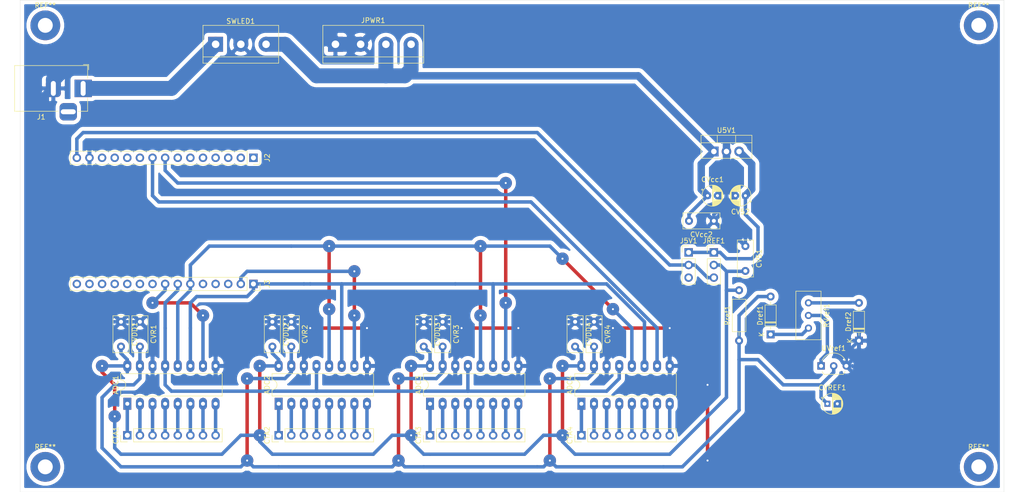
<source format=kicad_pcb>
(kicad_pcb (version 20171130) (host pcbnew 5.1.9)
  (layers (0 F.Cu signal) (31 B.Cu signal) (34 B.Paste user hide) (35 F.Paste user hide) (36 B.SilkS user hide) (37 F.SilkS user) (38 B.Mask user hide) (39 F.Mask user hide) (44 Edge.Cuts user))
  (net 0 "")
  (net 1 /VDD)
  (net 2 "Net-(ADC1-Pad8)")
  (net 3 /Vref)
  (net 4 "Net-(ADC1-Pad7)")
  (net 5 GND)
  (net 6 "Net-(ADC1-Pad6)")
  (net 7 "Net-(ADC1-Pad5)")
  (net 8 "Net-(ADC1-Pad4)")
  (net 9 "Net-(ADC1-Pad3)")
  (net 10 "Net-(ADC1-Pad2)")
  (net 11 "Net-(ADC1-Pad1)")
  (net 12 /V5V)
  (net 13 VCC)
  (net 14 "Net-(Dref1-Pad1)")
  (net 15 "Net-(Dref2-Pad2)")
  (net 16 /VIN)
  (net 17 "Net-(RVref1-Pad2)")
  (net 18 /VCCIN)
  (net 19 /CLK)
  (net 20 /MISO)
  (net 21 /MOSI)
  (net 22 /CS1)
  (net 23 "Net-(ADC2-Pad8)")
  (net 24 "Net-(ADC2-Pad7)")
  (net 25 "Net-(ADC2-Pad6)")
  (net 26 "Net-(ADC2-Pad5)")
  (net 27 "Net-(ADC2-Pad4)")
  (net 28 "Net-(ADC2-Pad3)")
  (net 29 /CS2)
  (net 30 "Net-(ADC2-Pad2)")
  (net 31 "Net-(ADC2-Pad1)")
  (net 32 "Net-(ADC3-Pad8)")
  (net 33 "Net-(ADC3-Pad7)")
  (net 34 "Net-(ADC3-Pad6)")
  (net 35 "Net-(ADC3-Pad5)")
  (net 36 "Net-(ADC3-Pad4)")
  (net 37 "Net-(ADC3-Pad3)")
  (net 38 /CS3)
  (net 39 "Net-(ADC3-Pad2)")
  (net 40 "Net-(ADC3-Pad1)")
  (net 41 "Net-(ADC4-Pad8)")
  (net 42 "Net-(ADC4-Pad7)")
  (net 43 "Net-(ADC4-Pad6)")
  (net 44 "Net-(ADC4-Pad5)")
  (net 45 "Net-(ADC4-Pad4)")
  (net 46 "Net-(ADC4-Pad3)")
  (net 47 /CS4)
  (net 48 "Net-(ADC4-Pad2)")
  (net 49 "Net-(ADC4-Pad1)")
  (module MountingHole:MountingHole_3mm_Pad (layer F.Cu) (at 231.14 43.18)
    (fp_text reference REF** (at 0 -4) (layer F.SilkS))
    (fp_text value MountingHole_3mm_Pad)
    (pad 1 thru_hole circle (at 0 0) (size 6 6) (drill 3) (layers *.Cu *.Mask))
  )
  (module MountingHole:MountingHole_3mm_Pad (layer F.Cu) (at 231.14 132.08)
    (fp_text reference REF** (at 0 -4) (layer F.SilkS))
    (fp_text value MountingHole_3mm_Pad)
    (pad 1 thru_hole circle (at 0 0) (size 6 6) (drill 3) (layers *.Cu *.Mask))
  )
  (module MountingHole:MountingHole_3mm_Pad (layer F.Cu) (at 43.18 132.08)
    (fp_text reference REF** (at 0 -4) (layer F.SilkS))
    (fp_text value MountingHole_3mm_Pad)
    (pad 1 thru_hole circle (at 0 0) (size 6 6) (drill 3) (layers *.Cu *.Mask))
  )
  (module MountingHole:MountingHole_3mm_Pad (layer F.Cu) (at 43.18 43.18)
    (fp_text reference REF** (at 0 -4) (layer F.SilkS))
    (fp_text value MountingHole_3mm_Pad)
    (pad 1 thru_hole circle (at 0 0) (size 6 6) (drill 3) (layers *.Cu *.Mask))
  )
  (module Capacitor_THT:C_Rect_L7.2mm_W3.0mm_P5.00mm_FKS2_FKP2_MKS2_MKP2 (layer F.Cu) (at 92.71 102.87 270)
    (fp_text reference CVR2 (at 2.5 -2.75 90) (layer F.SilkS))
    (fp_text value 100n)
    (pad 2 thru_hole circle (at 5 0 270) (size 1.6 1.6) (drill 0.8) (layers *.Cu *.Mask) (net 3 /Vref))
    (pad 1 thru_hole circle (at 0 0 270) (size 1.6 1.6) (drill 0.8) (layers *.Cu *.Mask) (net 5 GND))
  )
  (module Capacitor_THT:C_Rect_L7.2mm_W3.0mm_P5.00mm_FKS2_FKP2_MKS2_MKP2 (layer F.Cu) (at 153.67 102.87 270)
    (fp_text reference CVR4 (at 2.5 -2.75 90) (layer F.SilkS))
    (fp_text value 100n)
    (pad 2 thru_hole circle (at 5 0 270) (size 1.6 1.6) (drill 0.8) (layers *.Cu *.Mask) (net 3 /Vref))
    (pad 1 thru_hole circle (at 0 0 270) (size 1.6 1.6) (drill 0.8) (layers *.Cu *.Mask) (net 5 GND))
  )
  (module Capacitor_THT:C_Rect_L7.2mm_W3.0mm_P5.00mm_FKS2_FKP2_MKS2_MKP2 (layer F.Cu) (at 123.19 102.87 270)
    (fp_text reference CVR3 (at 2.5 -2.75 90) (layer F.SilkS))
    (fp_text value 100n)
    (pad 2 thru_hole circle (at 5 0 270) (size 1.6 1.6) (drill 0.8) (layers *.Cu *.Mask) (net 3 /Vref))
    (pad 1 thru_hole circle (at 0 0 270) (size 1.6 1.6) (drill 0.8) (layers *.Cu *.Mask) (net 5 GND))
  )
  (module Capacitor_THT:C_Rect_L7.2mm_W3.0mm_P5.00mm_FKS2_FKP2_MKS2_MKP2 (layer F.Cu) (at 62.23 102.87 270)
    (fp_text reference CVR1 (at 2.5 -2.75 90) (layer F.SilkS))
    (fp_text value 100n)
    (pad 2 thru_hole circle (at 5 0 270) (size 1.6 1.6) (drill 0.8) (layers *.Cu *.Mask) (net 3 /Vref))
    (pad 1 thru_hole circle (at 0 0 270) (size 1.6 1.6) (drill 0.8) (layers *.Cu *.Mask) (net 5 GND))
  )
  (module Capacitor_THT:C_Rect_L7.2mm_W3.0mm_P5.00mm_FKS2_FKP2_MKS2_MKP2 (layer F.Cu) (at 149.86 102.87 270)
    (fp_text reference CVDD4 (at 2.5 -2.75 90) (layer F.SilkS))
    (fp_text value 100n)
    (pad 2 thru_hole circle (at 5 0 270) (size 1.6 1.6) (drill 0.8) (layers *.Cu *.Mask) (net 1 /VDD))
    (pad 1 thru_hole circle (at 0 0 270) (size 1.6 1.6) (drill 0.8) (layers *.Cu *.Mask) (net 5 GND))
  )
  (module Capacitor_THT:C_Rect_L7.2mm_W3.0mm_P5.00mm_FKS2_FKP2_MKS2_MKP2 (layer F.Cu) (at 119.38 102.87 270)
    (fp_text reference CVDD3 (at 2.5 -2.75 90) (layer F.SilkS))
    (fp_text value 100n)
    (pad 2 thru_hole circle (at 5 0 270) (size 1.6 1.6) (drill 0.8) (layers *.Cu *.Mask) (net 1 /VDD))
    (pad 1 thru_hole circle (at 0 0 270) (size 1.6 1.6) (drill 0.8) (layers *.Cu *.Mask) (net 5 GND))
  )
  (module Capacitor_THT:C_Rect_L7.2mm_W3.0mm_P5.00mm_FKS2_FKP2_MKS2_MKP2 (layer F.Cu) (at 88.9 102.87 270)
    (fp_text reference CVDD2 (at 2.5 -2.75 90) (layer F.SilkS))
    (fp_text value 100n)
    (pad 2 thru_hole circle (at 5 0 270) (size 1.6 1.6) (drill 0.8) (layers *.Cu *.Mask) (net 1 /VDD))
    (pad 1 thru_hole circle (at 0 0 270) (size 1.6 1.6) (drill 0.8) (layers *.Cu *.Mask) (net 5 GND))
  )
  (module Capacitor_THT:C_Rect_L7.2mm_W3.0mm_P5.00mm_FKS2_FKP2_MKS2_MKP2 (layer F.Cu) (at 58.42 102.87 270)
    (fp_text reference CVDD1 (at 2.5 -2.75 90) (layer F.SilkS))
    (fp_text value 100n)
    (pad 2 thru_hole circle (at 5 0 270) (size 1.6 1.6) (drill 0.8) (layers *.Cu *.Mask) (net 1 /VDD))
    (pad 1 thru_hole circle (at 0 0 270) (size 1.6 1.6) (drill 0.8) (layers *.Cu *.Mask) (net 5 GND))
  )
  (module Capacitor_THT:C_Rect_L7.2mm_W3.0mm_P5.00mm_FKS2_FKP2_MKS2_MKP2 (layer F.Cu) (at 177.8 82.55 180)
    (fp_text reference CVcc2 (at 2.5 -2.75) (layer F.SilkS))
    (fp_text value 100n)
    (pad 2 thru_hole circle (at 5 0 180) (size 1.6 1.6) (drill 0.8) (layers *.Cu *.Mask) (net 13 VCC))
    (pad 1 thru_hole circle (at 0 0 180) (size 1.6 1.6) (drill 0.8) (layers *.Cu *.Mask) (net 5 GND))
  )
  (module Capacitor_THT:C_Rect_L7.2mm_W3.0mm_P5.00mm_FKS2_FKP2_MKS2_MKP2 (layer F.Cu) (at 184.15 87.63 270)
    (fp_text reference CV51 (at 2.5 -2.75 90) (layer F.SilkS))
    (fp_text value 100n)
    (pad 2 thru_hole circle (at 5 0 270) (size 1.6 1.6) (drill 0.8) (layers *.Cu *.Mask) (net 1 /VDD))
    (pad 1 thru_hole circle (at 0 0 270) (size 1.6 1.6) (drill 0.8) (layers *.Cu *.Mask) (net 5 GND))
  )
  (module TerminalBlock:TerminalBlock_bornier-4_P5.08mm (layer F.Cu) (at 101.6 46.99)
    (fp_text reference JPWR1 (at 7.6 -4.8) (layer F.SilkS))
    (fp_text value Conn_01x04)
    (pad 4 thru_hole circle (at 15.24 0) (size 3 3) (drill 1.52) (layers *.Cu *.Mask) (net 13 VCC))
    (pad 1 thru_hole rect (at 0 0) (size 3 3) (drill 1.52) (layers *.Cu *.Mask) (net 5 GND))
    (pad 3 thru_hole circle (at 10.16 0) (size 3 3) (drill 1.52) (layers *.Cu *.Mask) (net 13 VCC))
    (pad 2 thru_hole circle (at 5.08 0) (size 3 3) (drill 1.52) (layers *.Cu *.Mask) (net 5 GND))
  )
  (module Capacitor_THT:CP_Radial_D4.0mm_P2.00mm (layer F.Cu) (at 200.66 119.38)
    (fp_text reference CVREF1 (at 1 -3.25) (layer F.SilkS))
    (fp_text value 10u)
    (pad 2 thru_hole circle (at 2 0) (size 1.2 1.2) (drill 0.6) (layers *.Cu *.Mask) (net 5 GND))
    (pad 1 thru_hole rect (at 0 0) (size 1.2 1.2) (drill 0.6) (layers *.Cu *.Mask) (net 3 /Vref))
  )
  (module Connector_PinHeader_2.54mm:PinHeader_1x08_P2.54mm_Vertical (layer F.Cu) (at 151.13 125.73 90)
    (fp_text reference CTA4 (at 0 -2.33 90) (layer F.SilkS))
    (fp_text value Conn_01x08)
    (pad 8 thru_hole oval (at 0 17.78 90) (size 1.7 1.7) (drill 1) (layers *.Cu *.Mask) (net 41 "Net-(ADC4-Pad8)"))
    (pad 7 thru_hole oval (at 0 15.24 90) (size 1.7 1.7) (drill 1) (layers *.Cu *.Mask) (net 42 "Net-(ADC4-Pad7)"))
    (pad 6 thru_hole oval (at 0 12.7 90) (size 1.7 1.7) (drill 1) (layers *.Cu *.Mask) (net 43 "Net-(ADC4-Pad6)"))
    (pad 5 thru_hole oval (at 0 10.16 90) (size 1.7 1.7) (drill 1) (layers *.Cu *.Mask) (net 44 "Net-(ADC4-Pad5)"))
    (pad 4 thru_hole oval (at 0 7.62 90) (size 1.7 1.7) (drill 1) (layers *.Cu *.Mask) (net 45 "Net-(ADC4-Pad4)"))
    (pad 3 thru_hole oval (at 0 5.08 90) (size 1.7 1.7) (drill 1) (layers *.Cu *.Mask) (net 46 "Net-(ADC4-Pad3)"))
    (pad 2 thru_hole oval (at 0 2.54 90) (size 1.7 1.7) (drill 1) (layers *.Cu *.Mask) (net 48 "Net-(ADC4-Pad2)"))
    (pad 1 thru_hole rect (at 0 0 90) (size 1.7 1.7) (drill 1) (layers *.Cu *.Mask) (net 49 "Net-(ADC4-Pad1)"))
  )
  (module Connector_PinHeader_2.54mm:PinHeader_1x08_P2.54mm_Vertical (layer F.Cu) (at 120.65 125.73 90)
    (fp_text reference CTA3 (at 0 -2.33 90) (layer F.SilkS))
    (fp_text value Conn_01x08)
    (pad 8 thru_hole oval (at 0 17.78 90) (size 1.7 1.7) (drill 1) (layers *.Cu *.Mask) (net 32 "Net-(ADC3-Pad8)"))
    (pad 7 thru_hole oval (at 0 15.24 90) (size 1.7 1.7) (drill 1) (layers *.Cu *.Mask) (net 33 "Net-(ADC3-Pad7)"))
    (pad 6 thru_hole oval (at 0 12.7 90) (size 1.7 1.7) (drill 1) (layers *.Cu *.Mask) (net 34 "Net-(ADC3-Pad6)"))
    (pad 5 thru_hole oval (at 0 10.16 90) (size 1.7 1.7) (drill 1) (layers *.Cu *.Mask) (net 35 "Net-(ADC3-Pad5)"))
    (pad 4 thru_hole oval (at 0 7.62 90) (size 1.7 1.7) (drill 1) (layers *.Cu *.Mask) (net 36 "Net-(ADC3-Pad4)"))
    (pad 3 thru_hole oval (at 0 5.08 90) (size 1.7 1.7) (drill 1) (layers *.Cu *.Mask) (net 37 "Net-(ADC3-Pad3)"))
    (pad 2 thru_hole oval (at 0 2.54 90) (size 1.7 1.7) (drill 1) (layers *.Cu *.Mask) (net 39 "Net-(ADC3-Pad2)"))
    (pad 1 thru_hole rect (at 0 0 90) (size 1.7 1.7) (drill 1) (layers *.Cu *.Mask) (net 40 "Net-(ADC3-Pad1)"))
  )
  (module Connector_PinHeader_2.54mm:PinHeader_1x08_P2.54mm_Vertical (layer F.Cu) (at 90.17 125.73 90)
    (fp_text reference CTA2 (at 0 -2.33 90) (layer F.SilkS))
    (fp_text value Conn_01x08)
    (pad 8 thru_hole oval (at 0 17.78 90) (size 1.7 1.7) (drill 1) (layers *.Cu *.Mask) (net 23 "Net-(ADC2-Pad8)"))
    (pad 7 thru_hole oval (at 0 15.24 90) (size 1.7 1.7) (drill 1) (layers *.Cu *.Mask) (net 24 "Net-(ADC2-Pad7)"))
    (pad 6 thru_hole oval (at 0 12.7 90) (size 1.7 1.7) (drill 1) (layers *.Cu *.Mask) (net 25 "Net-(ADC2-Pad6)"))
    (pad 5 thru_hole oval (at 0 10.16 90) (size 1.7 1.7) (drill 1) (layers *.Cu *.Mask) (net 26 "Net-(ADC2-Pad5)"))
    (pad 4 thru_hole oval (at 0 7.62 90) (size 1.7 1.7) (drill 1) (layers *.Cu *.Mask) (net 27 "Net-(ADC2-Pad4)"))
    (pad 3 thru_hole oval (at 0 5.08 90) (size 1.7 1.7) (drill 1) (layers *.Cu *.Mask) (net 28 "Net-(ADC2-Pad3)"))
    (pad 2 thru_hole oval (at 0 2.54 90) (size 1.7 1.7) (drill 1) (layers *.Cu *.Mask) (net 30 "Net-(ADC2-Pad2)"))
    (pad 1 thru_hole rect (at 0 0 90) (size 1.7 1.7) (drill 1) (layers *.Cu *.Mask) (net 31 "Net-(ADC2-Pad1)"))
  )
  (module Package_DIP:DIP-16_W7.62mm_LongPads (layer F.Cu) (at 151.13 119.38 90)
    (fp_text reference ADC4 (at 3.81 -2.33 90) (layer F.SilkS))
    (fp_text value MCP3208)
    (pad 16 thru_hole oval (at 7.62 0 90) (size 2.4 1.6) (drill 0.8) (layers *.Cu *.Mask) (net 1 /VDD))
    (pad 8 thru_hole oval (at 0 17.78 90) (size 2.4 1.6) (drill 0.8) (layers *.Cu *.Mask) (net 41 "Net-(ADC4-Pad8)"))
    (pad 15 thru_hole oval (at 7.62 2.54 90) (size 2.4 1.6) (drill 0.8) (layers *.Cu *.Mask) (net 3 /Vref))
    (pad 7 thru_hole oval (at 0 15.24 90) (size 2.4 1.6) (drill 0.8) (layers *.Cu *.Mask) (net 42 "Net-(ADC4-Pad7)"))
    (pad 14 thru_hole oval (at 7.62 5.08 90) (size 2.4 1.6) (drill 0.8) (layers *.Cu *.Mask) (net 5 GND))
    (pad 6 thru_hole oval (at 0 12.7 90) (size 2.4 1.6) (drill 0.8) (layers *.Cu *.Mask) (net 43 "Net-(ADC4-Pad6)"))
    (pad 13 thru_hole oval (at 7.62 7.62 90) (size 2.4 1.6) (drill 0.8) (layers *.Cu *.Mask) (net 19 /CLK))
    (pad 5 thru_hole oval (at 0 10.16 90) (size 2.4 1.6) (drill 0.8) (layers *.Cu *.Mask) (net 44 "Net-(ADC4-Pad5)"))
    (pad 12 thru_hole oval (at 7.62 10.16 90) (size 2.4 1.6) (drill 0.8) (layers *.Cu *.Mask) (net 20 /MISO))
    (pad 4 thru_hole oval (at 0 7.62 90) (size 2.4 1.6) (drill 0.8) (layers *.Cu *.Mask) (net 45 "Net-(ADC4-Pad4)"))
    (pad 11 thru_hole oval (at 7.62 12.7 90) (size 2.4 1.6) (drill 0.8) (layers *.Cu *.Mask) (net 21 /MOSI))
    (pad 3 thru_hole oval (at 0 5.08 90) (size 2.4 1.6) (drill 0.8) (layers *.Cu *.Mask) (net 46 "Net-(ADC4-Pad3)"))
    (pad 10 thru_hole oval (at 7.62 15.24 90) (size 2.4 1.6) (drill 0.8) (layers *.Cu *.Mask) (net 47 /CS4))
    (pad 2 thru_hole oval (at 0 2.54 90) (size 2.4 1.6) (drill 0.8) (layers *.Cu *.Mask) (net 48 "Net-(ADC4-Pad2)"))
    (pad 9 thru_hole oval (at 7.62 17.78 90) (size 2.4 1.6) (drill 0.8) (layers *.Cu *.Mask) (net 5 GND))
    (pad 1 thru_hole rect (at 0 0 90) (size 2.4 1.6) (drill 0.8) (layers *.Cu *.Mask) (net 49 "Net-(ADC4-Pad1)"))
  )
  (module Package_DIP:DIP-16_W7.62mm_LongPads (layer F.Cu) (at 120.65 119.38 90)
    (fp_text reference ADC3 (at 3.81 -2.33 90) (layer F.SilkS))
    (fp_text value MCP3208)
    (pad 16 thru_hole oval (at 7.62 0 90) (size 2.4 1.6) (drill 0.8) (layers *.Cu *.Mask) (net 1 /VDD))
    (pad 8 thru_hole oval (at 0 17.78 90) (size 2.4 1.6) (drill 0.8) (layers *.Cu *.Mask) (net 32 "Net-(ADC3-Pad8)"))
    (pad 15 thru_hole oval (at 7.62 2.54 90) (size 2.4 1.6) (drill 0.8) (layers *.Cu *.Mask) (net 3 /Vref))
    (pad 7 thru_hole oval (at 0 15.24 90) (size 2.4 1.6) (drill 0.8) (layers *.Cu *.Mask) (net 33 "Net-(ADC3-Pad7)"))
    (pad 14 thru_hole oval (at 7.62 5.08 90) (size 2.4 1.6) (drill 0.8) (layers *.Cu *.Mask) (net 5 GND))
    (pad 6 thru_hole oval (at 0 12.7 90) (size 2.4 1.6) (drill 0.8) (layers *.Cu *.Mask) (net 34 "Net-(ADC3-Pad6)"))
    (pad 13 thru_hole oval (at 7.62 7.62 90) (size 2.4 1.6) (drill 0.8) (layers *.Cu *.Mask) (net 19 /CLK))
    (pad 5 thru_hole oval (at 0 10.16 90) (size 2.4 1.6) (drill 0.8) (layers *.Cu *.Mask) (net 35 "Net-(ADC3-Pad5)"))
    (pad 12 thru_hole oval (at 7.62 10.16 90) (size 2.4 1.6) (drill 0.8) (layers *.Cu *.Mask) (net 20 /MISO))
    (pad 4 thru_hole oval (at 0 7.62 90) (size 2.4 1.6) (drill 0.8) (layers *.Cu *.Mask) (net 36 "Net-(ADC3-Pad4)"))
    (pad 11 thru_hole oval (at 7.62 12.7 90) (size 2.4 1.6) (drill 0.8) (layers *.Cu *.Mask) (net 21 /MOSI))
    (pad 3 thru_hole oval (at 0 5.08 90) (size 2.4 1.6) (drill 0.8) (layers *.Cu *.Mask) (net 37 "Net-(ADC3-Pad3)"))
    (pad 10 thru_hole oval (at 7.62 15.24 90) (size 2.4 1.6) (drill 0.8) (layers *.Cu *.Mask) (net 38 /CS3))
    (pad 2 thru_hole oval (at 0 2.54 90) (size 2.4 1.6) (drill 0.8) (layers *.Cu *.Mask) (net 39 "Net-(ADC3-Pad2)"))
    (pad 9 thru_hole oval (at 7.62 17.78 90) (size 2.4 1.6) (drill 0.8) (layers *.Cu *.Mask) (net 5 GND))
    (pad 1 thru_hole rect (at 0 0 90) (size 2.4 1.6) (drill 0.8) (layers *.Cu *.Mask) (net 40 "Net-(ADC3-Pad1)"))
  )
  (module Package_DIP:DIP-16_W7.62mm_LongPads (layer F.Cu) (at 90.17 119.38 90)
    (fp_text reference ADC2 (at 3.81 -2.33 90) (layer F.SilkS))
    (fp_text value MCP3208)
    (pad 16 thru_hole oval (at 7.62 0 90) (size 2.4 1.6) (drill 0.8) (layers *.Cu *.Mask) (net 1 /VDD))
    (pad 8 thru_hole oval (at 0 17.78 90) (size 2.4 1.6) (drill 0.8) (layers *.Cu *.Mask) (net 23 "Net-(ADC2-Pad8)"))
    (pad 15 thru_hole oval (at 7.62 2.54 90) (size 2.4 1.6) (drill 0.8) (layers *.Cu *.Mask) (net 3 /Vref))
    (pad 7 thru_hole oval (at 0 15.24 90) (size 2.4 1.6) (drill 0.8) (layers *.Cu *.Mask) (net 24 "Net-(ADC2-Pad7)"))
    (pad 14 thru_hole oval (at 7.62 5.08 90) (size 2.4 1.6) (drill 0.8) (layers *.Cu *.Mask) (net 5 GND))
    (pad 6 thru_hole oval (at 0 12.7 90) (size 2.4 1.6) (drill 0.8) (layers *.Cu *.Mask) (net 25 "Net-(ADC2-Pad6)"))
    (pad 13 thru_hole oval (at 7.62 7.62 90) (size 2.4 1.6) (drill 0.8) (layers *.Cu *.Mask) (net 19 /CLK))
    (pad 5 thru_hole oval (at 0 10.16 90) (size 2.4 1.6) (drill 0.8) (layers *.Cu *.Mask) (net 26 "Net-(ADC2-Pad5)"))
    (pad 12 thru_hole oval (at 7.62 10.16 90) (size 2.4 1.6) (drill 0.8) (layers *.Cu *.Mask) (net 20 /MISO))
    (pad 4 thru_hole oval (at 0 7.62 90) (size 2.4 1.6) (drill 0.8) (layers *.Cu *.Mask) (net 27 "Net-(ADC2-Pad4)"))
    (pad 11 thru_hole oval (at 7.62 12.7 90) (size 2.4 1.6) (drill 0.8) (layers *.Cu *.Mask) (net 21 /MOSI))
    (pad 3 thru_hole oval (at 0 5.08 90) (size 2.4 1.6) (drill 0.8) (layers *.Cu *.Mask) (net 28 "Net-(ADC2-Pad3)"))
    (pad 10 thru_hole oval (at 7.62 15.24 90) (size 2.4 1.6) (drill 0.8) (layers *.Cu *.Mask) (net 29 /CS2))
    (pad 2 thru_hole oval (at 0 2.54 90) (size 2.4 1.6) (drill 0.8) (layers *.Cu *.Mask) (net 30 "Net-(ADC2-Pad2)"))
    (pad 9 thru_hole oval (at 7.62 17.78 90) (size 2.4 1.6) (drill 0.8) (layers *.Cu *.Mask) (net 5 GND))
    (pad 1 thru_hole rect (at 0 0 90) (size 2.4 1.6) (drill 0.8) (layers *.Cu *.Mask) (net 31 "Net-(ADC2-Pad1)"))
  )
  (module TerminalBlock:TerminalBlock_bornier-3_P5.08mm (layer F.Cu) (at 77.47 46.99)
    (fp_text reference SWLED1 (at 5.05 -4.65) (layer F.SilkS))
    (fp_text value Conn_01x03)
    (pad 3 thru_hole circle (at 10.16 0) (size 3 3) (drill 1.52) (layers *.Cu *.Mask) (net 13 VCC))
    (pad 2 thru_hole circle (at 5.08 0) (size 3 3) (drill 1.52) (layers *.Cu *.Mask) (net 5 GND))
    (pad 1 thru_hole rect (at 0 0) (size 3 3) (drill 1.52) (layers *.Cu *.Mask) (net 18 /VCCIN))
  )
  (module Connector_PinSocket_2.54mm:PinSocket_1x15_P2.54mm_Vertical (layer F.Cu) (at 85.09 95.25 270)
    (fp_text reference J3 (at 0 -2.77 90) (layer F.SilkS))
    (fp_text value Conn_01x15_Female)
    (pad 15 thru_hole oval (at 0 35.56 270) (size 1.7 1.7) (drill 1) (layers *.Cu *.Mask))
    (pad 14 thru_hole oval (at 0 33.02 270) (size 1.7 1.7) (drill 1) (layers *.Cu *.Mask))
    (pad 13 thru_hole oval (at 0 30.48 270) (size 1.7 1.7) (drill 1) (layers *.Cu *.Mask))
    (pad 12 thru_hole oval (at 0 27.94 270) (size 1.7 1.7) (drill 1) (layers *.Cu *.Mask))
    (pad 11 thru_hole oval (at 0 25.4 270) (size 1.7 1.7) (drill 1) (layers *.Cu *.Mask))
    (pad 10 thru_hole oval (at 0 22.86 270) (size 1.7 1.7) (drill 1) (layers *.Cu *.Mask))
    (pad 9 thru_hole oval (at 0 20.32 270) (size 1.7 1.7) (drill 1) (layers *.Cu *.Mask))
    (pad 8 thru_hole oval (at 0 17.78 270) (size 1.7 1.7) (drill 1) (layers *.Cu *.Mask) (net 22 /CS1))
    (pad 7 thru_hole oval (at 0 15.24 270) (size 1.7 1.7) (drill 1) (layers *.Cu *.Mask) (net 19 /CLK))
    (pad 6 thru_hole oval (at 0 12.7 270) (size 1.7 1.7) (drill 1) (layers *.Cu *.Mask) (net 20 /MISO))
    (pad 5 thru_hole oval (at 0 10.16 270) (size 1.7 1.7) (drill 1) (layers *.Cu *.Mask))
    (pad 4 thru_hole oval (at 0 7.62 270) (size 1.7 1.7) (drill 1) (layers *.Cu *.Mask))
    (pad 3 thru_hole oval (at 0 5.08 270) (size 1.7 1.7) (drill 1) (layers *.Cu *.Mask))
    (pad 2 thru_hole oval (at 0 2.54 270) (size 1.7 1.7) (drill 1) (layers *.Cu *.Mask) (net 29 /CS2))
    (pad 1 thru_hole rect (at 0 0 270) (size 1.7 1.7) (drill 1) (layers *.Cu *.Mask) (net 21 /MOSI))
  )
  (module Connector_PinSocket_2.54mm:PinSocket_1x15_P2.54mm_Vertical (layer F.Cu) (at 85.09 69.85 270)
    (fp_text reference J2 (at 0 -2.77 90) (layer F.SilkS))
    (fp_text value Conn_01x15_Female)
    (pad 15 thru_hole oval (at 0 35.56 270) (size 1.7 1.7) (drill 1) (layers *.Cu *.Mask) (net 16 /VIN))
    (pad 14 thru_hole oval (at 0 33.02 270) (size 1.7 1.7) (drill 1) (layers *.Cu *.Mask) (net 5 GND))
    (pad 13 thru_hole oval (at 0 30.48 270) (size 1.7 1.7) (drill 1) (layers *.Cu *.Mask))
    (pad 12 thru_hole oval (at 0 27.94 270) (size 1.7 1.7) (drill 1) (layers *.Cu *.Mask))
    (pad 11 thru_hole oval (at 0 25.4 270) (size 1.7 1.7) (drill 1) (layers *.Cu *.Mask))
    (pad 10 thru_hole oval (at 0 22.86 270) (size 1.7 1.7) (drill 1) (layers *.Cu *.Mask))
    (pad 9 thru_hole oval (at 0 20.32 270) (size 1.7 1.7) (drill 1) (layers *.Cu *.Mask) (net 47 /CS4))
    (pad 8 thru_hole oval (at 0 17.78 270) (size 1.7 1.7) (drill 1) (layers *.Cu *.Mask) (net 38 /CS3))
    (pad 7 thru_hole oval (at 0 15.24 270) (size 1.7 1.7) (drill 1) (layers *.Cu *.Mask))
    (pad 6 thru_hole oval (at 0 12.7 270) (size 1.7 1.7) (drill 1) (layers *.Cu *.Mask))
    (pad 5 thru_hole oval (at 0 10.16 270) (size 1.7 1.7) (drill 1) (layers *.Cu *.Mask))
    (pad 4 thru_hole oval (at 0 7.62 270) (size 1.7 1.7) (drill 1) (layers *.Cu *.Mask))
    (pad 3 thru_hole oval (at 0 5.08 270) (size 1.7 1.7) (drill 1) (layers *.Cu *.Mask))
    (pad 2 thru_hole oval (at 0 2.54 270) (size 1.7 1.7) (drill 1) (layers *.Cu *.Mask))
    (pad 1 thru_hole rect (at 0 0 270) (size 1.7 1.7) (drill 1) (layers *.Cu *.Mask))
  )
  (module Package_TO_SOT_THT:TO-92L_Inline_Wide (layer F.Cu) (at 199.39 111.76)
    (fp_text reference UVref1 (at 2.54 -3.56) (layer F.SilkS))
    (fp_text value LM336)
    (pad 1 thru_hole rect (at 0 0) (size 1.5 1.5) (drill 0.8) (layers *.Cu *.Mask) (net 17 "Net-(RVref1-Pad2)"))
    (pad 3 thru_hole circle (at 5.08 0) (size 1.5 1.5) (drill 0.8) (layers *.Cu *.Mask) (net 5 GND))
    (pad 2 thru_hole circle (at 2.54 0) (size 1.5 1.5) (drill 0.8) (layers *.Cu *.Mask) (net 3 /Vref))
  )
  (module Package_TO_SOT_THT:TO-220-3_Vertical (layer F.Cu) (at 177.8 68.58)
    (fp_text reference U5V1 (at 2.54 -4.27) (layer F.SilkS))
    (fp_text value LM7805_TO220)
    (pad 3 thru_hole oval (at 5.08 0) (size 1.905 2) (drill 1.1) (layers *.Cu *.Mask) (net 12 /V5V))
    (pad 2 thru_hole oval (at 2.54 0) (size 1.905 2) (drill 1.1) (layers *.Cu *.Mask) (net 5 GND))
    (pad 1 thru_hole rect (at 0 0) (size 1.905 2) (drill 1.1) (layers *.Cu *.Mask) (net 13 VCC))
  )
  (module Potentiometer_THT:Potentiometer_Bourns_3296W_Vertical (layer F.Cu) (at 196.85 104.14 270)
    (fp_text reference RVref1 (at -2.54 -3.66 90) (layer F.SilkS))
    (fp_text value R_POT)
    (pad 3 thru_hole circle (at -5.08 0 270) (size 1.44 1.44) (drill 0.8) (layers *.Cu *.Mask) (net 15 "Net-(Dref2-Pad2)"))
    (pad 2 thru_hole circle (at -2.54 0 270) (size 1.44 1.44) (drill 0.8) (layers *.Cu *.Mask) (net 17 "Net-(RVref1-Pad2)"))
    (pad 1 thru_hole circle (at 0 0 270) (size 1.44 1.44) (drill 0.8) (layers *.Cu *.Mask) (net 14 "Net-(Dref1-Pad1)"))
  )
  (module Resistor_THT:R_Axial_DIN0207_L6.3mm_D2.5mm_P10.16mm_Horizontal (layer F.Cu) (at 182.88 106.68 90)
    (fp_text reference Rref1 (at 5.08 -2.37 90) (layer F.SilkS))
    (fp_text value 2.5k)
    (pad 2 thru_hole oval (at 10.16 0 90) (size 1.6 1.6) (drill 0.8) (layers *.Cu *.Mask) (net 1 /VDD))
    (pad 1 thru_hole circle (at 0 0 90) (size 1.6 1.6) (drill 0.8) (layers *.Cu *.Mask) (net 3 /Vref))
  )
  (module Connector_PinHeader_2.54mm:PinHeader_1x03_P2.54mm_Vertical (layer F.Cu) (at 177.8 88.9)
    (fp_text reference JREF1 (at 0 -2.33) (layer F.SilkS))
    (fp_text value Conn_01x03)
    (pad 3 thru_hole oval (at 0 5.08) (size 1.7 1.7) (drill 1) (layers *.Cu *.Mask) (net 16 /VIN))
    (pad 2 thru_hole oval (at 0 2.54) (size 1.7 1.7) (drill 1) (layers *.Cu *.Mask) (net 1 /VDD))
    (pad 1 thru_hole rect (at 0 0) (size 1.7 1.7) (drill 1) (layers *.Cu *.Mask) (net 12 /V5V))
  )
  (module Connector_PinHeader_2.54mm:PinHeader_1x03_P2.54mm_Vertical (layer F.Cu) (at 172.72 88.9)
    (fp_text reference J5V1 (at 0 -2.33) (layer F.SilkS))
    (fp_text value Conn_01x03)
    (pad 3 thru_hole oval (at 0 5.08) (size 1.7 1.7) (drill 1) (layers *.Cu *.Mask))
    (pad 2 thru_hole oval (at 0 2.54) (size 1.7 1.7) (drill 1) (layers *.Cu *.Mask) (net 16 /VIN))
    (pad 1 thru_hole rect (at 0 0) (size 1.7 1.7) (drill 1) (layers *.Cu *.Mask) (net 12 /V5V))
  )
  (module Connector_BarrelJack:BarrelJack_Horizontal (layer F.Cu) (at 50.8 55.88)
    (fp_text reference J1 (at -8.45 5.75) (layer F.SilkS))
    (fp_text value Barrel_Jack_MountingPin)
    (pad 3 thru_hole roundrect (at -3 4.7) (size 3.5 3.5) (drill oval 3 1) (layers *.Cu *.Mask))
    (pad 2 thru_hole roundrect (at -6 0) (size 3 3.5) (drill oval 1 3) (layers *.Cu *.Mask) (net 5 GND))
    (pad 1 thru_hole rect (at 0 0) (size 3.5 3.5) (drill oval 1 3) (layers *.Cu *.Mask) (net 18 /VCCIN))
  )
  (module Diode_THT:D_DO-35_SOD27_P7.62mm_Horizontal (layer F.Cu) (at 207.01 106.68 90)
    (fp_text reference Dref2 (at 3.81 -2.12 90) (layer F.SilkS))
    (fp_text value 1N4148)
    (fp_text user K (at 0 -1.8 90) (layer F.SilkS))
    (pad 2 thru_hole oval (at 7.62 0 90) (size 1.6 1.6) (drill 0.8) (layers *.Cu *.Mask) (net 15 "Net-(Dref2-Pad2)"))
    (pad 1 thru_hole rect (at 0 0 90) (size 1.6 1.6) (drill 0.8) (layers *.Cu *.Mask) (net 5 GND))
  )
  (module Diode_THT:D_DO-35_SOD27_P7.62mm_Horizontal (layer F.Cu) (at 189.23 105.41 90)
    (fp_text reference Dref1 (at 3.81 -2.12 90) (layer F.SilkS))
    (fp_text value 1N4148)
    (fp_text user K (at 0 -1.8 90) (layer F.SilkS))
    (pad 2 thru_hole oval (at 7.62 0 90) (size 1.6 1.6) (drill 0.8) (layers *.Cu *.Mask) (net 3 /Vref))
    (pad 1 thru_hole rect (at 0 0 90) (size 1.6 1.6) (drill 0.8) (layers *.Cu *.Mask) (net 14 "Net-(Dref1-Pad1)"))
  )
  (module Capacitor_THT:CP_Radial_D4.0mm_P2.00mm (layer F.Cu) (at 176.53 77.47)
    (fp_text reference CVcc1 (at 1 -3.25) (layer F.SilkS))
    (fp_text value 10u)
    (pad 2 thru_hole circle (at 2 0) (size 1.2 1.2) (drill 0.6) (layers *.Cu *.Mask) (net 5 GND))
    (pad 1 thru_hole rect (at 0 0) (size 1.2 1.2) (drill 0.6) (layers *.Cu *.Mask) (net 13 VCC))
  )
  (module Capacitor_THT:CP_Radial_D4.0mm_P2.00mm (layer F.Cu) (at 184.15 77.47 180)
    (fp_text reference CV52 (at 1 -3.25) (layer F.SilkS))
    (fp_text value 10u)
    (pad 2 thru_hole circle (at 2 0 180) (size 1.2 1.2) (drill 0.6) (layers *.Cu *.Mask) (net 5 GND))
    (pad 1 thru_hole rect (at 0 0 180) (size 1.2 1.2) (drill 0.6) (layers *.Cu *.Mask) (net 12 /V5V))
  )
  (module Connector_PinHeader_2.54mm:PinHeader_1x08_P2.54mm_Vertical (layer F.Cu) (at 59.69 125.73 90)
    (fp_text reference CTA1 (at 0 -2.33 90) (layer F.SilkS))
    (fp_text value Conn_01x08)
    (pad 8 thru_hole oval (at 0 17.78 90) (size 1.7 1.7) (drill 1) (layers *.Cu *.Mask) (net 2 "Net-(ADC1-Pad8)"))
    (pad 7 thru_hole oval (at 0 15.24 90) (size 1.7 1.7) (drill 1) (layers *.Cu *.Mask) (net 4 "Net-(ADC1-Pad7)"))
    (pad 6 thru_hole oval (at 0 12.7 90) (size 1.7 1.7) (drill 1) (layers *.Cu *.Mask) (net 6 "Net-(ADC1-Pad6)"))
    (pad 5 thru_hole oval (at 0 10.16 90) (size 1.7 1.7) (drill 1) (layers *.Cu *.Mask) (net 7 "Net-(ADC1-Pad5)"))
    (pad 4 thru_hole oval (at 0 7.62 90) (size 1.7 1.7) (drill 1) (layers *.Cu *.Mask) (net 8 "Net-(ADC1-Pad4)"))
    (pad 3 thru_hole oval (at 0 5.08 90) (size 1.7 1.7) (drill 1) (layers *.Cu *.Mask) (net 9 "Net-(ADC1-Pad3)"))
    (pad 2 thru_hole oval (at 0 2.54 90) (size 1.7 1.7) (drill 1) (layers *.Cu *.Mask) (net 10 "Net-(ADC1-Pad2)"))
    (pad 1 thru_hole rect (at 0 0 90) (size 1.7 1.7) (drill 1) (layers *.Cu *.Mask) (net 11 "Net-(ADC1-Pad1)"))
  )
  (module Package_DIP:DIP-16_W7.62mm_LongPads (layer F.Cu) (at 59.69 119.38 90)
    (fp_text reference ADC1 (at 3.81 -2.33 90) (layer F.SilkS))
    (fp_text value MCP3208)
    (pad 16 thru_hole oval (at 7.62 0 90) (size 2.4 1.6) (drill 0.8) (layers *.Cu *.Mask) (net 1 /VDD))
    (pad 8 thru_hole oval (at 0 17.78 90) (size 2.4 1.6) (drill 0.8) (layers *.Cu *.Mask) (net 2 "Net-(ADC1-Pad8)"))
    (pad 15 thru_hole oval (at 7.62 2.54 90) (size 2.4 1.6) (drill 0.8) (layers *.Cu *.Mask) (net 3 /Vref))
    (pad 7 thru_hole oval (at 0 15.24 90) (size 2.4 1.6) (drill 0.8) (layers *.Cu *.Mask) (net 4 "Net-(ADC1-Pad7)"))
    (pad 14 thru_hole oval (at 7.62 5.08 90) (size 2.4 1.6) (drill 0.8) (layers *.Cu *.Mask) (net 5 GND))
    (pad 6 thru_hole oval (at 0 12.7 90) (size 2.4 1.6) (drill 0.8) (layers *.Cu *.Mask) (net 6 "Net-(ADC1-Pad6)"))
    (pad 13 thru_hole oval (at 7.62 7.62 90) (size 2.4 1.6) (drill 0.8) (layers *.Cu *.Mask) (net 19 /CLK))
    (pad 5 thru_hole oval (at 0 10.16 90) (size 2.4 1.6) (drill 0.8) (layers *.Cu *.Mask) (net 7 "Net-(ADC1-Pad5)"))
    (pad 12 thru_hole oval (at 7.62 10.16 90) (size 2.4 1.6) (drill 0.8) (layers *.Cu *.Mask) (net 20 /MISO))
    (pad 4 thru_hole oval (at 0 7.62 90) (size 2.4 1.6) (drill 0.8) (layers *.Cu *.Mask) (net 8 "Net-(ADC1-Pad4)"))
    (pad 11 thru_hole oval (at 7.62 12.7 90) (size 2.4 1.6) (drill 0.8) (layers *.Cu *.Mask) (net 21 /MOSI))
    (pad 3 thru_hole oval (at 0 5.08 90) (size 2.4 1.6) (drill 0.8) (layers *.Cu *.Mask) (net 9 "Net-(ADC1-Pad3)"))
    (pad 10 thru_hole oval (at 7.62 15.24 90) (size 2.4 1.6) (drill 0.8) (layers *.Cu *.Mask) (net 22 /CS1))
    (pad 2 thru_hole oval (at 0 2.54 90) (size 2.4 1.6) (drill 0.8) (layers *.Cu *.Mask) (net 10 "Net-(ADC1-Pad2)"))
    (pad 9 thru_hole oval (at 7.62 17.78 90) (size 2.4 1.6) (drill 0.8) (layers *.Cu *.Mask) (net 5 GND))
    (pad 1 thru_hole rect (at 0 0 90) (size 2.4 1.6) (drill 0.8) (layers *.Cu *.Mask) (net 11 "Net-(ADC1-Pad1)"))
  )
  (gr_line (start 38.1 137.16) (end 38.1 38.1) (layer Edge.Cuts) (width 0.05))
  (gr_line (start 236.22 137.16) (end 38.1 137.16) (layer Edge.Cuts) (width 0.05))
  (gr_line (start 236.22 38.1) (end 236.22 137.16) (layer Edge.Cuts) (width 0.05))
  (gr_line (start 38.1 38.1) (end 236.22 38.1) (layer Edge.Cuts) (width 0.05))
  (segment (start 180.34 92.71) (end 180.34 96.52) (width 0.7) (layer B.Cu) (net 1))
  (segment (start 179.07 91.44) (end 180.34 92.71) (width 0.7) (layer B.Cu) (net 1))
  (segment (start 177.8 91.44) (end 179.07 91.44) (width 0.7) (layer B.Cu) (net 1))
  (segment (start 59.69 113.03) (end 59.69 111.76) (width 0.7) (layer B.Cu) (net 1))
  (segment (start 180.34 96.52) (end 182.88 96.52) (width 0.7) (layer B.Cu) (net 1))
  (segment (start 184.07 92.71) (end 184.15 92.63) (width 0.7) (layer B.Cu) (net 1))
  (segment (start 180.34 92.71) (end 184.07 92.71) (width 0.7) (layer B.Cu) (net 1))
  (segment (start 90.17 111.76) (end 90.17 110.49) (width 0.7) (layer B.Cu) (net 1))
  (segment (start 88.9 109.22) (end 88.9 107.87) (width 0.7) (layer B.Cu) (net 1))
  (segment (start 90.17 110.49) (end 88.9 109.22) (width 0.7) (layer B.Cu) (net 1))
  (segment (start 59.69 111.76) (end 59.69 110.49) (width 0.7) (layer B.Cu) (net 1))
  (segment (start 58.42 109.22) (end 58.42 107.87) (width 0.7) (layer B.Cu) (net 1))
  (segment (start 59.69 110.49) (end 58.42 109.22) (width 0.7) (layer B.Cu) (net 1))
  (segment (start 180.34 96.52) (end 180.34 118.11) (width 0.7) (layer B.Cu) (net 1))
  (segment (start 180.34 118.11) (end 168.91 129.54) (width 0.7) (layer B.Cu) (net 1))
  (segment (start 168.91 129.54) (end 149.86 129.54) (width 0.7) (layer B.Cu) (net 1))
  (segment (start 149.86 129.54) (end 148.59 128.27) (width 0.7) (layer B.Cu) (net 1))
  (segment (start 148.59 128.27) (end 147.32 127) (width 0.7) (layer B.Cu) (net 1))
  (via (at 147.32 125.73) (size 2.5) (drill 0.4) (layers F.Cu B.Cu) (net 1))
  (segment (start 147.32 127) (end 147.32 125.73) (width 0.7) (layer B.Cu) (net 1))
  (segment (start 147.32 125.73) (end 147.32 111.76) (width 0.7) (layer F.Cu) (net 1))
  (via (at 147.32 111.76) (size 2.5) (drill 0.4) (layers F.Cu B.Cu) (net 1))
  (segment (start 147.32 111.76) (end 151.13 111.76) (width 0.7) (layer B.Cu) (net 1))
  (segment (start 139.7 129.54) (end 120.65 129.54) (width 0.7) (layer B.Cu) (net 1))
  (segment (start 143.51 125.73) (end 139.7 129.54) (width 0.7) (layer B.Cu) (net 1))
  (segment (start 147.32 125.73) (end 143.51 125.73) (width 0.7) (layer B.Cu) (net 1))
  (segment (start 120.65 129.54) (end 119.38 129.54) (width 0.7) (layer B.Cu) (net 1))
  (segment (start 119.38 129.54) (end 116.84 127) (width 0.7) (layer B.Cu) (net 1))
  (segment (start 116.84 127) (end 116.84 125.73) (width 0.7) (layer B.Cu) (net 1))
  (via (at 116.84 125.73) (size 2.5) (drill 0.4) (layers F.Cu B.Cu) (net 1))
  (segment (start 116.84 125.73) (end 113.03 125.73) (width 0.7) (layer B.Cu) (net 1))
  (segment (start 113.03 125.73) (end 111.76 127) (width 0.7) (layer B.Cu) (net 1))
  (segment (start 111.76 127) (end 109.22 129.54) (width 0.7) (layer B.Cu) (net 1))
  (segment (start 109.22 129.54) (end 88.9 129.54) (width 0.7) (layer B.Cu) (net 1))
  (segment (start 88.9 129.54) (end 86.36 127) (width 0.7) (layer B.Cu) (net 1))
  (segment (start 86.36 127) (end 86.36 125.73) (width 0.7) (layer B.Cu) (net 1))
  (via (at 86.36 125.73) (size 2.5) (drill 0.4) (layers F.Cu B.Cu) (net 1))
  (segment (start 86.36 125.73) (end 82.55 125.73) (width 0.7) (layer B.Cu) (net 1))
  (segment (start 82.55 125.73) (end 78.74 129.54) (width 0.7) (layer B.Cu) (net 1))
  (segment (start 78.74 129.54) (end 58.42 129.54) (width 0.7) (layer B.Cu) (net 1))
  (segment (start 58.42 129.54) (end 57.15 128.27) (width 0.7) (layer B.Cu) (net 1))
  (segment (start 57.15 128.27) (end 57.15 121.92) (width 0.7) (layer B.Cu) (net 1))
  (via (at 57.15 121.92) (size 2.5) (drill 0.4) (layers F.Cu B.Cu) (net 1))
  (segment (start 57.15 121.92) (end 57.15 116.84) (width 0.7) (layer F.Cu) (net 1))
  (segment (start 57.15 116.84) (end 57.15 115.57) (width 0.7) (layer F.Cu) (net 1))
  (segment (start 57.15 115.57) (end 54.61 113.03) (width 0.7) (layer F.Cu) (net 1))
  (via (at 54.61 111.76) (size 2.5) (drill 0.4) (layers F.Cu B.Cu) (net 1))
  (segment (start 54.61 113.03) (end 54.61 111.76) (width 0.7) (layer F.Cu) (net 1))
  (segment (start 54.61 111.76) (end 59.69 111.76) (width 0.7) (layer B.Cu) (net 1))
  (segment (start 86.36 125.73) (end 86.36 111.76) (width 0.7) (layer F.Cu) (net 1))
  (via (at 86.36 111.76) (size 2.5) (drill 0.4) (layers F.Cu B.Cu) (net 1))
  (segment (start 86.36 111.76) (end 90.17 111.76) (width 0.7) (layer B.Cu) (net 1))
  (segment (start 116.84 125.73) (end 116.84 111.76) (width 0.7) (layer F.Cu) (net 1))
  (via (at 116.84 111.76) (size 2.5) (drill 0.4) (layers F.Cu B.Cu) (net 1))
  (segment (start 116.84 111.76) (end 120.65 111.76) (width 0.7) (layer B.Cu) (net 1))
  (segment (start 151.13 109.14) (end 149.86 107.87) (width 0.7) (layer B.Cu) (net 1))
  (segment (start 151.13 111.76) (end 151.13 109.14) (width 0.7) (layer B.Cu) (net 1))
  (segment (start 120.65 109.14) (end 119.38 107.87) (width 0.7) (layer B.Cu) (net 1))
  (segment (start 120.65 111.76) (end 120.65 109.14) (width 0.7) (layer B.Cu) (net 1))
  (segment (start 77.47 119.38) (end 77.47 125.73) (width 0.7) (layer B.Cu) (net 2))
  (segment (start 191.77 115.57) (end 199.39 115.57) (width 0.7) (layer B.Cu) (net 3))
  (segment (start 201.93 113.03) (end 201.93 111.76) (width 0.7) (layer B.Cu) (net 3))
  (segment (start 199.39 115.57) (end 201.93 113.03) (width 0.7) (layer B.Cu) (net 3))
  (segment (start 186.69 97.79) (end 189.23 97.79) (width 0.7) (layer B.Cu) (net 3))
  (segment (start 182.88 110.49) (end 182.88 106.68) (width 0.7) (layer B.Cu) (net 3))
  (segment (start 182.88 101.6) (end 186.69 97.79) (width 0.7) (layer B.Cu) (net 3))
  (segment (start 182.88 106.68) (end 182.88 101.6) (width 0.7) (layer B.Cu) (net 3))
  (segment (start 186.69 110.49) (end 191.77 115.57) (width 0.7) (layer B.Cu) (net 3))
  (segment (start 182.88 110.49) (end 186.69 110.49) (width 0.7) (layer B.Cu) (net 3))
  (segment (start 92.71 111.76) (end 92.71 110.49) (width 0.7) (layer B.Cu) (net 3))
  (segment (start 62.23 111.76) (end 62.23 107.87) (width 0.7) (layer B.Cu) (net 3))
  (segment (start 182.88 110.49) (end 182.88 120.65) (width 0.7) (layer B.Cu) (net 3))
  (segment (start 182.88 120.65) (end 171.45 132.08) (width 0.7) (layer B.Cu) (net 3))
  (segment (start 142.24 132.08) (end 119.38 132.08) (width 0.7) (layer B.Cu) (net 3))
  (segment (start 171.45 132.08) (end 167.64 132.08) (width 0.7) (layer B.Cu) (net 3))
  (segment (start 167.64 132.08) (end 146.05 132.08) (width 0.7) (layer B.Cu) (net 3))
  (via (at 144.777207 130.812793) (size 2.5) (drill 0.4) (layers F.Cu B.Cu) (net 3))
  (segment (start 144.782793 130.812793) (end 144.777207 130.812793) (width 0.7) (layer B.Cu) (net 3))
  (segment (start 146.05 132.08) (end 144.782793 130.812793) (width 0.7) (layer B.Cu) (net 3))
  (segment (start 144.777207 130.812793) (end 143.51 132.08) (width 0.7) (layer B.Cu) (net 3))
  (segment (start 143.51 132.08) (end 142.24 132.08) (width 0.7) (layer B.Cu) (net 3))
  (segment (start 119.38 132.08) (end 115.57 132.08) (width 0.7) (layer B.Cu) (net 3))
  (segment (start 115.57 132.08) (end 114.3 130.81) (width 0.7) (layer B.Cu) (net 3))
  (via (at 114.3 130.81) (size 2.5) (drill 0.4) (layers F.Cu B.Cu) (net 3))
  (segment (start 114.3 130.81) (end 113.03 132.08) (width 0.7) (layer B.Cu) (net 3))
  (segment (start 113.03 132.08) (end 90.17 132.08) (width 0.7) (layer B.Cu) (net 3))
  (segment (start 90.17 132.08) (end 85.09 132.08) (width 0.7) (layer B.Cu) (net 3))
  (segment (start 85.09 132.08) (end 83.82 130.81) (width 0.7) (layer B.Cu) (net 3))
  (via (at 83.82 130.81) (size 2.5) (drill 0.4) (layers F.Cu B.Cu) (net 3))
  (segment (start 62.23 114.3) (end 62.23 111.76) (width 0.7) (layer B.Cu) (net 3))
  (segment (start 60.96 115.57) (end 62.23 114.3) (width 0.7) (layer B.Cu) (net 3))
  (segment (start 57.15 115.57) (end 60.96 115.57) (width 0.7) (layer B.Cu) (net 3))
  (segment (start 54.61 118.11) (end 57.15 115.57) (width 0.7) (layer B.Cu) (net 3))
  (segment (start 54.61 128.27) (end 54.61 118.11) (width 0.7) (layer B.Cu) (net 3))
  (segment (start 58.42 132.08) (end 54.61 128.27) (width 0.7) (layer B.Cu) (net 3))
  (segment (start 82.55 132.08) (end 58.42 132.08) (width 0.7) (layer B.Cu) (net 3))
  (segment (start 83.82 130.81) (end 82.55 132.08) (width 0.7) (layer B.Cu) (net 3))
  (segment (start 83.82 130.81) (end 83.82 114.3) (width 0.7) (layer F.Cu) (net 3))
  (via (at 83.82 114.3) (size 2.5) (drill 0.4) (layers F.Cu B.Cu) (net 3))
  (segment (start 83.82 114.3) (end 91.44 114.3) (width 0.7) (layer B.Cu) (net 3))
  (segment (start 91.44 114.3) (end 92.71 113.03) (width 0.7) (layer B.Cu) (net 3))
  (segment (start 92.71 113.03) (end 92.71 111.76) (width 0.7) (layer B.Cu) (net 3))
  (segment (start 114.3 130.81) (end 114.3 114.3) (width 0.7) (layer F.Cu) (net 3))
  (via (at 114.3 114.3) (size 2.5) (drill 0.4) (layers F.Cu B.Cu) (net 3))
  (segment (start 114.3 114.3) (end 121.92 114.3) (width 0.7) (layer B.Cu) (net 3))
  (segment (start 121.92 114.3) (end 123.19 113.03) (width 0.7) (layer B.Cu) (net 3))
  (segment (start 123.19 113.03) (end 123.19 111.76) (width 0.7) (layer B.Cu) (net 3))
  (segment (start 144.777207 130.812793) (end 144.777207 114.302793) (width 0.7) (layer F.Cu) (net 3))
  (via (at 144.777207 114.302793) (size 2.5) (drill 0.4) (layers F.Cu B.Cu) (net 3))
  (segment (start 144.777207 114.302793) (end 152.397207 114.302793) (width 0.7) (layer B.Cu) (net 3))
  (segment (start 152.397207 114.302793) (end 153.67 113.03) (width 0.7) (layer B.Cu) (net 3))
  (segment (start 153.67 113.03) (end 153.67 111.76) (width 0.7) (layer B.Cu) (net 3))
  (segment (start 92.71 110.49) (end 92.71 107.87) (width 0.7) (layer B.Cu) (net 3))
  (segment (start 153.67 111.76) (end 153.67 107.87) (width 0.7) (layer B.Cu) (net 3))
  (segment (start 123.19 111.76) (end 123.19 107.87) (width 0.7) (layer B.Cu) (net 3))
  (segment (start 199.39 118.11) (end 200.66 119.38) (width 0.7) (layer B.Cu) (net 3))
  (segment (start 199.39 115.57) (end 199.39 118.11) (width 0.7) (layer B.Cu) (net 3))
  (segment (start 74.93 119.38) (end 74.93 125.73) (width 0.7) (layer B.Cu) (net 4))
  (segment (start 204.47 109.22) (end 207.01 106.68) (width 0.7) (layer B.Cu) (net 5))
  (segment (start 204.47 111.76) (end 204.47 109.22) (width 0.7) (layer B.Cu) (net 5))
  (segment (start 208.28 114.3) (end 205.74 111.76) (width 0.7) (layer B.Cu) (net 5))
  (segment (start 205.74 111.76) (end 204.47 111.76) (width 0.7) (layer B.Cu) (net 5))
  (segment (start 44.15501 56.52499) (end 44.8 55.88) (width 1.5) (layer B.Cu) (net 5))
  (segment (start 43.18 67.31) (end 45.42501 69.55501) (width 1.5) (layer B.Cu) (net 5))
  (segment (start 44.45 55.88) (end 43.18 57.15) (width 1.5) (layer B.Cu) (net 5))
  (segment (start 44.8 55.88) (end 44.45 55.88) (width 1.5) (layer B.Cu) (net 5))
  (segment (start 43.18 64.77) (end 43.18 67.31) (width 1.5) (layer B.Cu) (net 5))
  (segment (start 180.34 68.58) (end 180.34 67.31) (width 0.7) (layer B.Cu) (net 5))
  (segment (start 44.8 54.13) (end 57.02 41.91) (width 3) (layer B.Cu) (net 5))
  (segment (start 44.8 55.88) (end 44.8 54.13) (width 3) (layer B.Cu) (net 5))
  (segment (start 57.02 41.91) (end 80.01 41.91) (width 3) (layer B.Cu) (net 5))
  (segment (start 82.55 44.45) (end 82.55 46.99) (width 3) (layer B.Cu) (net 5))
  (segment (start 80.01 41.91) (end 82.55 44.45) (width 3) (layer B.Cu) (net 5))
  (segment (start 96.52 41.91) (end 101.6 46.99) (width 3) (layer B.Cu) (net 5))
  (segment (start 80.01 41.91) (end 96.52 41.91) (width 3) (layer B.Cu) (net 5))
  (segment (start 101.6 46.99) (end 106.68 46.99) (width 3) (layer B.Cu) (net 5))
  (segment (start 106.68 46.99) (end 110.49 43.18) (width 1.5) (layer B.Cu) (net 5))
  (segment (start 110.49 43.18) (end 165.1 43.18) (width 1.5) (layer B.Cu) (net 5))
  (segment (start 165.1 43.18) (end 180.34 58.42) (width 1.5) (layer B.Cu) (net 5))
  (segment (start 180.34 68.58) (end 180.34 58.42) (width 1.5) (layer B.Cu) (net 5))
  (segment (start 179.8 76.2) (end 178.53 77.47) (width 1.5) (layer B.Cu) (net 5))
  (segment (start 180.34 76.2) (end 179.8 76.2) (width 1.5) (layer B.Cu) (net 5))
  (segment (start 180.34 68.58) (end 180.34 76.2) (width 1.5) (layer B.Cu) (net 5))
  (segment (start 180.88 76.2) (end 182.15 77.47) (width 1.5) (layer B.Cu) (net 5))
  (segment (start 180.34 76.2) (end 180.88 76.2) (width 1.5) (layer B.Cu) (net 5))
  (segment (start 184.15 87.63) (end 184.15 83.82) (width 0.7) (layer B.Cu) (net 5))
  (segment (start 182.15 81.82) (end 182.15 77.47) (width 0.7) (layer B.Cu) (net 5))
  (segment (start 184.15 83.82) (end 182.15 81.82) (width 0.7) (layer B.Cu) (net 5))
  (segment (start 179.07 78.01) (end 178.53 77.47) (width 0.7) (layer B.Cu) (net 5))
  (segment (start 179.07 80.01) (end 179.07 78.01) (width 0.7) (layer B.Cu) (net 5))
  (segment (start 177.8 81.28) (end 179.07 80.01) (width 0.7) (layer B.Cu) (net 5))
  (segment (start 177.8 82.55) (end 177.8 81.28) (width 0.7) (layer B.Cu) (net 5))
  (segment (start 77.47 111.76) (end 77.47 104.14) (width 0.7) (layer B.Cu) (net 5))
  (segment (start 78.74 102.87) (end 83.82 102.87) (width 0.7) (layer B.Cu) (net 5))
  (segment (start 77.47 104.14) (end 78.74 102.87) (width 0.7) (layer B.Cu) (net 5))
  (segment (start 83.82 102.87) (end 88.9 102.87) (width 0.7) (layer B.Cu) (net 5))
  (segment (start 58.42 102.87) (end 62.23 102.87) (width 0.7) (layer B.Cu) (net 5))
  (segment (start 64.77 105.41) (end 64.77 111.76) (width 0.7) (layer B.Cu) (net 5))
  (segment (start 62.23 102.87) (end 64.77 105.41) (width 0.7) (layer B.Cu) (net 5))
  (segment (start 45.72 102.87) (end 45.42501 103.16499) (width 0.7) (layer B.Cu) (net 5))
  (segment (start 58.42 102.87) (end 45.72 102.87) (width 0.7) (layer B.Cu) (net 5))
  (segment (start 43.18 64.77) (end 43.18 57.15) (width 1.5) (layer B.Cu) (net 5))
  (segment (start 107.95 111.76) (end 107.95 104.14) (width 0.7) (layer B.Cu) (net 5))
  (segment (start 107.95 104.14) (end 109.22 102.87) (width 0.7) (layer B.Cu) (net 5))
  (segment (start 109.22 102.87) (end 119.38 102.87) (width 0.7) (layer B.Cu) (net 5))
  (segment (start 119.38 102.87) (end 123.19 102.87) (width 0.7) (layer B.Cu) (net 5))
  (segment (start 123.19 102.87) (end 124.46 102.87) (width 0.7) (layer B.Cu) (net 5))
  (segment (start 88.9 102.87) (end 92.71 102.87) (width 0.7) (layer B.Cu) (net 5))
  (segment (start 95.25 110.49) (end 95.25 111.76) (width 0.7) (layer B.Cu) (net 5))
  (segment (start 96.52 109.22) (end 95.25 110.49) (width 0.7) (layer B.Cu) (net 5))
  (segment (start 96.52 104.14) (end 96.52 109.22) (width 0.7) (layer B.Cu) (net 5))
  (segment (start 95.25 102.87) (end 96.52 104.14) (width 0.7) (layer B.Cu) (net 5))
  (segment (start 92.71 102.87) (end 95.25 102.87) (width 0.7) (layer B.Cu) (net 5))
  (via (at 96.52 104.14) (size 2.5) (drill 0.4) (layers F.Cu B.Cu) (net 5))
  (segment (start 96.52 104.14) (end 107.95 104.14) (width 0.7) (layer F.Cu) (net 5))
  (via (at 107.95 104.14) (size 2.5) (drill 0.4) (layers F.Cu B.Cu) (net 5))
  (segment (start 124.46 102.87) (end 125.73 102.87) (width 0.7) (layer B.Cu) (net 5))
  (segment (start 125.73 102.87) (end 127 104.14) (width 0.7) (layer B.Cu) (net 5))
  (via (at 127 104.14) (size 2.5) (drill 0.4) (layers F.Cu B.Cu) (net 5))
  (segment (start 127 104.14) (end 127 109.22) (width 0.7) (layer B.Cu) (net 5))
  (segment (start 127 109.22) (end 125.73 110.49) (width 0.7) (layer B.Cu) (net 5))
  (segment (start 125.73 110.49) (end 125.73 111.76) (width 0.7) (layer B.Cu) (net 5))
  (segment (start 138.43 111.76) (end 138.43 104.14) (width 0.7) (layer B.Cu) (net 5))
  (segment (start 138.43 104.14) (end 139.7 102.87) (width 0.7) (layer B.Cu) (net 5))
  (segment (start 139.7 102.87) (end 149.86 102.87) (width 0.7) (layer B.Cu) (net 5))
  (via (at 138.43 104.14) (size 2.5) (drill 0.4) (layers F.Cu B.Cu) (net 5))
  (segment (start 138.43 104.14) (end 127 104.14) (width 0.7) (layer F.Cu) (net 5))
  (segment (start 149.86 102.87) (end 153.67 102.87) (width 0.7) (layer B.Cu) (net 5))
  (segment (start 153.67 102.87) (end 156.21 102.87) (width 0.7) (layer B.Cu) (net 5))
  (segment (start 156.21 102.87) (end 157.48 104.14) (width 0.7) (layer B.Cu) (net 5))
  (via (at 157.48 104.14) (size 2.5) (drill 0.4) (layers F.Cu B.Cu) (net 5))
  (segment (start 157.48 104.14) (end 157.48 109.22) (width 0.7) (layer B.Cu) (net 5))
  (segment (start 157.48 109.22) (end 156.21 110.49) (width 0.7) (layer B.Cu) (net 5))
  (segment (start 156.21 110.49) (end 156.21 111.76) (width 0.7) (layer B.Cu) (net 5))
  (segment (start 157.48 104.14) (end 168.91 104.14) (width 0.7) (layer F.Cu) (net 5))
  (via (at 168.91 104.14) (size 2.5) (drill 0.4) (layers F.Cu B.Cu) (net 5))
  (segment (start 168.91 104.14) (end 168.91 111.76) (width 0.7) (layer B.Cu) (net 5))
  (segment (start 52.07 69.85) (end 52.07 72.39) (width 0.7) (layer B.Cu) (net 5))
  (segment (start 51.09499 73.36501) (end 45.42501 73.36501) (width 0.7) (layer B.Cu) (net 5))
  (segment (start 52.07 72.39) (end 51.09499 73.36501) (width 0.7) (layer B.Cu) (net 5))
  (segment (start 45.42501 73.36501) (end 45.42501 103.16499) (width 1.5) (layer B.Cu) (net 5))
  (segment (start 45.42501 69.55501) (end 45.42501 73.36501) (width 1.5) (layer B.Cu) (net 5))
  (segment (start 202.66 126.27) (end 202.66 119.38) (width 1.5) (layer B.Cu) (net 5))
  (segment (start 194.31 134.62) (end 202.66 126.27) (width 1.5) (layer B.Cu) (net 5))
  (segment (start 50.8 132.08) (end 53.34 134.62) (width 1.5) (layer B.Cu) (net 5))
  (segment (start 50.8 127) (end 50.8 132.08) (width 1.5) (layer B.Cu) (net 5))
  (segment (start 45.42501 121.62501) (end 50.8 127) (width 1.5) (layer B.Cu) (net 5))
  (segment (start 45.42501 103.16499) (end 45.42501 121.62501) (width 1.5) (layer B.Cu) (net 5))
  (segment (start 204.47 119.38) (end 208.28 115.57) (width 1.5) (layer B.Cu) (net 5))
  (segment (start 202.66 119.38) (end 204.47 119.38) (width 1.5) (layer B.Cu) (net 5))
  (segment (start 208.28 115.57) (end 208.28 114.3) (width 1.5) (layer B.Cu) (net 5))
  (segment (start 168.91 104.14) (end 176.53 104.14) (width 0.7) (layer B.Cu) (net 5))
  (segment (start 176.53 104.14) (end 176.53 115.57) (width 0.7) (layer B.Cu) (net 5))
  (via (at 176.53 115.57) (size 2.5) (drill 0.4) (layers F.Cu B.Cu) (net 5))
  (segment (start 176.53 115.57) (end 176.53 130.81) (width 0.7) (layer F.Cu) (net 5))
  (via (at 176.53 130.81) (size 2.5) (drill 0.4) (layers F.Cu B.Cu) (net 5))
  (segment (start 176.53 130.81) (end 176.53 134.62) (width 0.7) (layer B.Cu) (net 5))
  (segment (start 176.53 134.62) (end 194.31 134.62) (width 1.5) (layer B.Cu) (net 5))
  (segment (start 53.34 134.62) (end 176.53 134.62) (width 1.5) (layer B.Cu) (net 5))
  (segment (start 72.39 119.38) (end 72.39 125.73) (width 0.7) (layer B.Cu) (net 6))
  (segment (start 69.85 119.38) (end 69.85 125.73) (width 0.7) (layer B.Cu) (net 7))
  (segment (start 67.31 119.38) (end 67.31 125.73) (width 0.7) (layer B.Cu) (net 8))
  (segment (start 64.77 119.38) (end 64.77 125.73) (width 0.7) (layer B.Cu) (net 9))
  (segment (start 62.23 119.38) (end 62.23 125.73) (width 0.7) (layer B.Cu) (net 10))
  (segment (start 59.69 125.73) (end 59.69 119.38) (width 0.7) (layer B.Cu) (net 11))
  (segment (start 179.07 88.9) (end 177.8 88.9) (width 0.7) (layer B.Cu) (net 12))
  (segment (start 177.8 88.9) (end 172.72 88.9) (width 0.7) (layer B.Cu) (net 12))
  (segment (start 184.15 77.47) (end 185.42 76.2) (width 1.5) (layer B.Cu) (net 12))
  (segment (start 185.42 76.2) (end 185.42 71.12) (width 1.5) (layer B.Cu) (net 12))
  (segment (start 185.42 71.12) (end 182.88 68.58) (width 1.5) (layer B.Cu) (net 12))
  (segment (start 184.15 77.47) (end 184.15 81.28) (width 0.7) (layer B.Cu) (net 12))
  (segment (start 184.15 81.28) (end 186.69 83.82) (width 0.7) (layer B.Cu) (net 12))
  (segment (start 186.69 83.82) (end 186.69 88.9) (width 0.7) (layer B.Cu) (net 12))
  (segment (start 186.69 88.9) (end 185.42 90.17) (width 0.7) (layer B.Cu) (net 12))
  (segment (start 180.34 90.17) (end 179.07 88.9) (width 0.7) (layer B.Cu) (net 12))
  (segment (start 185.42 90.17) (end 180.34 90.17) (width 0.7) (layer B.Cu) (net 12))
  (segment (start 116.84 52.07) (end 116.84 46.99) (width 3) (layer B.Cu) (net 13))
  (segment (start 115.57 53.34) (end 116.84 52.07) (width 3) (layer B.Cu) (net 13))
  (segment (start 91.44 46.99) (end 97.79 53.34) (width 3) (layer B.Cu) (net 13))
  (segment (start 87.63 46.99) (end 91.44 46.99) (width 3) (layer B.Cu) (net 13))
  (segment (start 111.76 53.34) (end 111.76 46.99) (width 3) (layer B.Cu) (net 13))
  (segment (start 97.79 53.34) (end 111.76 53.34) (width 3) (layer B.Cu) (net 13))
  (segment (start 111.76 53.34) (end 115.57 53.34) (width 3) (layer B.Cu) (net 13))
  (segment (start 162.56 53.34) (end 177.8 68.58) (width 1.5) (layer B.Cu) (net 13))
  (segment (start 115.57 53.34) (end 162.56 53.34) (width 1.5) (layer B.Cu) (net 13))
  (segment (start 176.53 77.47) (end 175.26 76.2) (width 1.5) (layer B.Cu) (net 13))
  (segment (start 175.26 76.2) (end 175.26 71.12) (width 1.5) (layer B.Cu) (net 13))
  (segment (start 175.26 71.12) (end 177.8 68.58) (width 1.5) (layer B.Cu) (net 13))
  (segment (start 172.8 81.2) (end 176.53 77.47) (width 0.7) (layer B.Cu) (net 13))
  (segment (start 172.8 82.55) (end 172.8 81.2) (width 0.7) (layer B.Cu) (net 13))
  (segment (start 195.58 105.41) (end 196.85 104.14) (width 0.7) (layer B.Cu) (net 14))
  (segment (start 189.23 105.41) (end 195.58 105.41) (width 0.7) (layer B.Cu) (net 14))
  (segment (start 196.85 99.06) (end 207.01 99.06) (width 0.7) (layer B.Cu) (net 15))
  (segment (start 172.72 91.44) (end 173.99 91.44) (width 0.7) (layer B.Cu) (net 16))
  (segment (start 176.53 93.98) (end 177.8 93.98) (width 0.7) (layer B.Cu) (net 16))
  (segment (start 173.99 91.44) (end 176.53 93.98) (width 0.7) (layer B.Cu) (net 16))
  (segment (start 172.72 91.44) (end 168.91 91.44) (width 0.7) (layer B.Cu) (net 16))
  (segment (start 49.53 69.85) (end 49.53 66.04) (width 0.7) (layer B.Cu) (net 16))
  (segment (start 49.53 66.04) (end 50.8 64.77) (width 0.7) (layer B.Cu) (net 16))
  (segment (start 50.8 64.77) (end 142.24 64.77) (width 0.7) (layer B.Cu) (net 16))
  (segment (start 142.24 64.77) (end 168.91 91.44) (width 0.7) (layer B.Cu) (net 16))
  (segment (start 199.39 110.49) (end 199.39 111.76) (width 0.7) (layer B.Cu) (net 17))
  (segment (start 200.66 109.22) (end 199.39 110.49) (width 0.7) (layer B.Cu) (net 17))
  (segment (start 200.66 102.87) (end 200.66 109.22) (width 0.7) (layer B.Cu) (net 17))
  (segment (start 199.39 101.6) (end 200.66 102.87) (width 0.7) (layer B.Cu) (net 17))
  (segment (start 196.85 101.6) (end 199.39 101.6) (width 0.7) (layer B.Cu) (net 17))
  (segment (start 68.58 55.88) (end 77.47 46.99) (width 3) (layer B.Cu) (net 18))
  (segment (start 50.8 55.88) (end 68.58 55.88) (width 3) (layer B.Cu) (net 18))
  (segment (start 69.85 96.52) (end 69.85 95.25) (width 0.7) (layer B.Cu) (net 19))
  (segment (start 67.31 99.06) (end 69.85 96.52) (width 0.7) (layer B.Cu) (net 19))
  (segment (start 67.31 104.14) (end 67.31 99.06) (width 0.7) (layer B.Cu) (net 19))
  (segment (start 67.31 104.14) (end 67.31 111.76) (width 0.7) (layer B.Cu) (net 19))
  (segment (start 67.31 115.57) (end 68.58 116.84) (width 0.7) (layer B.Cu) (net 19))
  (segment (start 67.31 111.76) (end 67.31 115.57) (width 0.7) (layer B.Cu) (net 19))
  (segment (start 97.79 116.84) (end 97.79 111.76) (width 0.7) (layer B.Cu) (net 19))
  (segment (start 68.58 116.84) (end 97.79 116.84) (width 0.7) (layer B.Cu) (net 19))
  (segment (start 128.27 111.76) (end 128.27 116.84) (width 0.7) (layer B.Cu) (net 19))
  (segment (start 97.79 116.84) (end 128.27 116.84) (width 0.7) (layer B.Cu) (net 19))
  (segment (start 158.75 114.3) (end 158.75 111.76) (width 0.7) (layer B.Cu) (net 19))
  (segment (start 156.21 116.84) (end 158.75 114.3) (width 0.7) (layer B.Cu) (net 19))
  (segment (start 128.27 116.84) (end 156.21 116.84) (width 0.7) (layer B.Cu) (net 19))
  (segment (start 130.81 110.49) (end 130.81 111.76) (width 0.7) (layer B.Cu) (net 20))
  (segment (start 69.85 110.49) (end 69.85 111.76) (width 0.7) (layer B.Cu) (net 20))
  (segment (start 69.85 99.06) (end 69.85 110.49) (width 0.7) (layer B.Cu) (net 20))
  (segment (start 72.39 96.52) (end 69.85 99.06) (width 0.7) (layer B.Cu) (net 20))
  (segment (start 72.39 95.25) (end 72.39 96.52) (width 0.7) (layer B.Cu) (net 20))
  (segment (start 72.39 95.25) (end 72.39 91.44) (width 0.7) (layer B.Cu) (net 20))
  (segment (start 72.39 91.44) (end 76.2 87.63) (width 0.7) (layer B.Cu) (net 20))
  (segment (start 76.2 87.63) (end 92.71 87.63) (width 0.7) (layer B.Cu) (net 20))
  (segment (start 92.71 87.63) (end 100.33 87.63) (width 0.7) (layer B.Cu) (net 20))
  (via (at 100.33 87.63) (size 2.5) (drill 0.4) (layers F.Cu B.Cu) (net 20))
  (segment (start 100.33 87.63) (end 130.81 87.63) (width 0.7) (layer B.Cu) (net 20))
  (via (at 130.81 87.63) (size 2.5) (drill 0.4) (layers F.Cu B.Cu) (net 20))
  (segment (start 130.81 87.63) (end 144.78 87.63) (width 0.7) (layer B.Cu) (net 20))
  (segment (start 144.78 87.63) (end 147.32 90.17) (width 0.7) (layer B.Cu) (net 20))
  (via (at 147.32 90.17) (size 2.5) (drill 0.4) (layers F.Cu B.Cu) (net 20))
  (segment (start 147.32 90.17) (end 157.48 100.33) (width 0.7) (layer F.Cu) (net 20))
  (via (at 157.48 100.33) (size 2.5) (drill 0.4) (layers F.Cu B.Cu) (net 20))
  (segment (start 157.48 100.33) (end 161.29 104.14) (width 0.7) (layer B.Cu) (net 20))
  (segment (start 161.29 104.14) (end 161.29 111.76) (width 0.7) (layer B.Cu) (net 20))
  (segment (start 100.33 87.63) (end 100.33 100.33) (width 0.7) (layer F.Cu) (net 20))
  (via (at 100.33 100.33) (size 2.5) (drill 0.4) (layers F.Cu B.Cu) (net 20))
  (segment (start 100.33 100.33) (end 100.33 111.76) (width 0.7) (layer B.Cu) (net 20))
  (segment (start 130.81 87.63) (end 130.81 101.6) (width 0.7) (layer F.Cu) (net 20))
  (via (at 130.81 101.6) (size 2.5) (drill 0.4) (layers F.Cu B.Cu) (net 20))
  (segment (start 130.81 101.6) (end 130.81 111.76) (width 0.7) (layer B.Cu) (net 20))
  (segment (start 85.09 96.52) (end 85.09 95.25) (width 0.7) (layer B.Cu) (net 21))
  (segment (start 73.66 97.79) (end 83.82 97.79) (width 0.7) (layer B.Cu) (net 21))
  (segment (start 83.82 97.79) (end 85.09 96.52) (width 0.7) (layer B.Cu) (net 21))
  (segment (start 72.39 99.06) (end 73.66 97.79) (width 0.7) (layer B.Cu) (net 21))
  (segment (start 72.39 104.14) (end 72.39 99.06) (width 0.7) (layer B.Cu) (net 21))
  (segment (start 133.35 110.49) (end 133.35 111.76) (width 0.7) (layer B.Cu) (net 21))
  (segment (start 163.83 110.49) (end 163.83 111.76) (width 0.7) (layer B.Cu) (net 21))
  (segment (start 72.39 104.14) (end 72.39 111.76) (width 0.7) (layer B.Cu) (net 21))
  (segment (start 163.83 102.87) (end 163.83 111.76) (width 0.7) (layer B.Cu) (net 21))
  (segment (start 156.21 95.25) (end 163.83 102.87) (width 0.7) (layer B.Cu) (net 21))
  (segment (start 133.35 102.87) (end 133.35 111.76) (width 0.7) (layer B.Cu) (net 21))
  (segment (start 102.87 111.76) (end 102.87 102.87) (width 0.7) (layer B.Cu) (net 21))
  (segment (start 95.25 95.25) (end 96.52 95.25) (width 0.7) (layer B.Cu) (net 21))
  (segment (start 85.09 95.25) (end 95.25 95.25) (width 0.7) (layer B.Cu) (net 21))
  (segment (start 102.87 102.87) (end 102.87 95.25) (width 0.7) (layer B.Cu) (net 21))
  (segment (start 102.87 95.25) (end 125.73 95.25) (width 0.7) (layer B.Cu) (net 21))
  (segment (start 96.52 95.25) (end 102.87 95.25) (width 0.7) (layer B.Cu) (net 21))
  (segment (start 133.35 102.87) (end 133.35 95.25) (width 0.7) (layer B.Cu) (net 21))
  (segment (start 133.35 95.25) (end 156.21 95.25) (width 0.7) (layer B.Cu) (net 21))
  (segment (start 125.73 95.25) (end 133.35 95.25) (width 0.7) (layer B.Cu) (net 21))
  (segment (start 67.31 95.25) (end 67.31 96.52) (width 0.7) (layer B.Cu) (net 22))
  (segment (start 67.31 96.52) (end 64.77 99.06) (width 0.7) (layer B.Cu) (net 22))
  (via (at 64.77 99.06) (size 2.5) (drill 0.4) (layers F.Cu B.Cu) (net 22))
  (segment (start 64.77 99.06) (end 72.39 99.06) (width 0.7) (layer F.Cu) (net 22))
  (segment (start 72.39 99.06) (end 74.93 101.6) (width 0.7) (layer F.Cu) (net 22))
  (via (at 74.93 101.6) (size 2.5) (drill 0.4) (layers F.Cu B.Cu) (net 22))
  (segment (start 74.93 101.6) (end 74.93 111.76) (width 0.7) (layer B.Cu) (net 22))
  (segment (start 107.95 119.38) (end 107.95 125.73) (width 0.7) (layer B.Cu) (net 23))
  (segment (start 105.41 119.38) (end 105.41 125.73) (width 0.7) (layer B.Cu) (net 24))
  (segment (start 102.87 119.38) (end 102.87 125.73) (width 0.7) (layer B.Cu) (net 25))
  (segment (start 100.33 119.38) (end 100.33 125.73) (width 0.7) (layer B.Cu) (net 26))
  (segment (start 97.79 119.38) (end 97.79 125.73) (width 0.7) (layer B.Cu) (net 27))
  (segment (start 95.25 119.38) (end 95.25 125.73) (width 0.7) (layer B.Cu) (net 28))
  (segment (start 82.55 95.25) (end 82.55 93.98) (width 0.7) (layer B.Cu) (net 29))
  (segment (start 82.55 93.98) (end 83.82 92.71) (width 0.7) (layer B.Cu) (net 29))
  (via (at 105.41 92.71) (size 2.5) (drill 0.4) (layers F.Cu B.Cu) (net 29))
  (segment (start 83.82 92.71) (end 105.41 92.71) (width 0.7) (layer B.Cu) (net 29))
  (segment (start 105.41 92.71) (end 105.41 101.6) (width 0.7) (layer F.Cu) (net 29))
  (via (at 105.41 101.6) (size 2.5) (drill 0.4) (layers F.Cu B.Cu) (net 29))
  (segment (start 105.41 101.6) (end 105.41 111.76) (width 0.7) (layer B.Cu) (net 29))
  (segment (start 92.71 119.38) (end 92.71 125.73) (width 0.7) (layer B.Cu) (net 30))
  (segment (start 90.17 119.38) (end 90.17 125.73) (width 0.7) (layer B.Cu) (net 31))
  (segment (start 138.43 125.73) (end 138.43 119.38) (width 0.7) (layer B.Cu) (net 32))
  (segment (start 135.89 125.73) (end 135.89 119.38) (width 0.7) (layer B.Cu) (net 33))
  (segment (start 133.35 125.73) (end 133.35 119.38) (width 0.7) (layer B.Cu) (net 34))
  (segment (start 130.81 125.73) (end 130.81 119.38) (width 0.7) (layer B.Cu) (net 35))
  (segment (start 128.27 125.73) (end 128.27 119.38) (width 0.7) (layer B.Cu) (net 36))
  (segment (start 125.73 125.73) (end 125.73 119.38) (width 0.7) (layer B.Cu) (net 37))
  (segment (start 67.31 69.85) (end 67.31 72.39) (width 0.7) (layer B.Cu) (net 38))
  (segment (start 67.31 72.39) (end 69.85 74.93) (width 0.7) (layer B.Cu) (net 38))
  (via (at 135.89 74.93) (size 2.5) (drill 0.4) (layers F.Cu B.Cu) (net 38))
  (segment (start 69.85 74.93) (end 135.89 74.93) (width 0.7) (layer B.Cu) (net 38))
  (segment (start 135.89 74.93) (end 135.89 99.06) (width 0.7) (layer F.Cu) (net 38))
  (via (at 135.89 99.06) (size 2.5) (drill 0.4) (layers F.Cu B.Cu) (net 38))
  (segment (start 135.89 99.06) (end 135.89 111.76) (width 0.7) (layer B.Cu) (net 38))
  (segment (start 123.19 119.38) (end 123.19 125.73) (width 0.7) (layer B.Cu) (net 39))
  (segment (start 120.65 125.73) (end 120.65 119.38) (width 0.7) (layer B.Cu) (net 40))
  (segment (start 168.91 125.73) (end 168.91 119.38) (width 0.7) (layer B.Cu) (net 41))
  (segment (start 166.37 125.73) (end 166.37 119.38) (width 0.7) (layer B.Cu) (net 42))
  (segment (start 163.83 125.73) (end 163.83 119.38) (width 0.7) (layer B.Cu) (net 43))
  (segment (start 161.29 125.73) (end 161.29 119.38) (width 0.7) (layer B.Cu) (net 44))
  (segment (start 158.75 125.73) (end 158.75 119.38) (width 0.7) (layer B.Cu) (net 45))
  (segment (start 156.21 125.73) (end 156.21 119.38) (width 0.7) (layer B.Cu) (net 46))
  (segment (start 64.77 77.47) (end 64.77 69.85) (width 0.7) (layer B.Cu) (net 47))
  (segment (start 66.04 78.74) (end 64.77 77.47) (width 0.7) (layer B.Cu) (net 47))
  (segment (start 140.972806 78.74) (end 66.04 78.74) (width 0.7) (layer B.Cu) (net 47))
  (segment (start 166.37 104.137194) (end 140.972806 78.74) (width 0.7) (layer B.Cu) (net 47))
  (segment (start 166.37 111.76) (end 166.37 104.137194) (width 0.7) (layer B.Cu) (net 47))
  (segment (start 153.67 125.73) (end 153.67 119.38) (width 0.7) (layer B.Cu) (net 48))
  (segment (start 151.13 125.73) (end 151.13 119.38) (width 0.7) (layer B.Cu) (net 49))
  (zone (net 5) (net_name GND) (layer B.Cu) (connect_pads (clearance 0.8)) (min_thickness 0.4) (fill yes (arc_segments 32) (thermal_gap 0.8) (thermal_bridge_width 0.8))
    (polygon (pts (xy 236.22 137.16) (xy 38.1 137.16) (xy 38.1 38.1) (xy 236.22 38.1)))
  )
)
</source>
